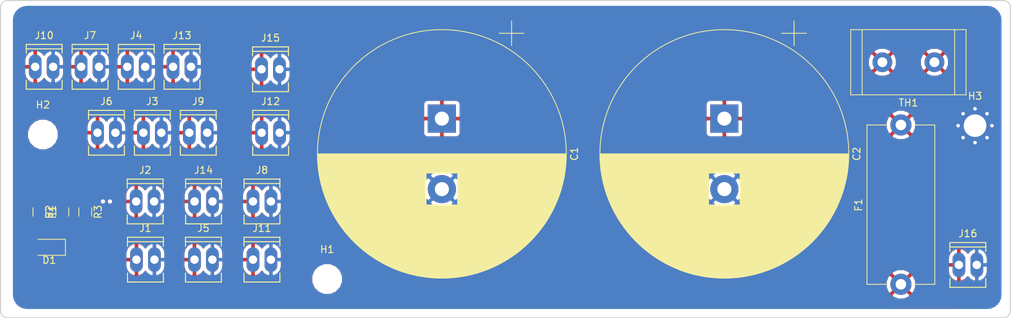
<source format=kicad_pcb>
(kicad_pcb (version 20171130) (host pcbnew 5.0.1-33cea8e~68~ubuntu16.04.1)
  (layers (0 F.Cu signal) (31 B.Cu signal) (34 B.Paste user) (35 F.Paste user) (36 B.SilkS user) (37 F.SilkS user) (38 B.Mask user) (39 F.Mask user) (44 Edge.Cuts user))
  (net 0 "")
  (net 1 +5V)
  (net 2 GND)
  (net 3 "Net-(F1-Pad1)")
  (net 4 VCC)
  (net 5 +12V)
  (net 6 "Net-(F1-Pad2)")
  (net 7 "Net-(R1-Pad1)")
  (net 8 "Net-(D1-Pad2)")
  (net 9 "Net-(R2-Pad1)")
  (net 10 "Net-(H3-Pad1)")
  (module MountingHole:MountingHole_3.2mm_M3_Pad_Via (layer F.Cu) (at 181.45 114.2)
    (fp_text reference H3 (at 0 -4.2) (layer F.SilkS))
    (fp_text value MountingHole_Pad)
    (pad 1 thru_hole circle (at 0 0) (size 6.4 6.4) (drill 3.2) (layers *.Cu *.Mask) (net 10 "Net-(H3-Pad1)"))
    (pad 1 thru_hole circle (at 2.4 0) (size 0.8 0.8) (drill 0.5) (layers *.Cu *.Mask) (net 10 "Net-(H3-Pad1)"))
    (pad 1 thru_hole circle (at 1.697056 1.697056) (size 0.8 0.8) (drill 0.5) (layers *.Cu *.Mask) (net 10 "Net-(H3-Pad1)"))
    (pad 1 thru_hole circle (at 0 2.4) (size 0.8 0.8) (drill 0.5) (layers *.Cu *.Mask) (net 10 "Net-(H3-Pad1)"))
    (pad 1 thru_hole circle (at -1.697056 1.697056) (size 0.8 0.8) (drill 0.5) (layers *.Cu *.Mask) (net 10 "Net-(H3-Pad1)"))
    (pad 1 thru_hole circle (at -2.4 0) (size 0.8 0.8) (drill 0.5) (layers *.Cu *.Mask) (net 10 "Net-(H3-Pad1)"))
    (pad 1 thru_hole circle (at -1.697056 -1.697056) (size 0.8 0.8) (drill 0.5) (layers *.Cu *.Mask) (net 10 "Net-(H3-Pad1)"))
    (pad 1 thru_hole circle (at 0 -2.4) (size 0.8 0.8) (drill 0.5) (layers *.Cu *.Mask) (net 10 "Net-(H3-Pad1)"))
    (pad 1 thru_hole circle (at 1.697056 -1.697056) (size 0.8 0.8) (drill 0.5) (layers *.Cu *.Mask) (net 10 "Net-(H3-Pad1)"))
  )
  (module MountingHole:MountingHole_3.2mm_M3 (layer F.Cu) (at 89.7 135.95)
    (fp_text reference H1 (at 0 -4.2) (layer F.SilkS))
    (fp_text value MountingHole)
    (pad 1 np_thru_hole circle (at 0 0) (size 3.2 3.2) (drill 3.2) (layers *.Cu *.Mask))
  )
  (module MountingHole:MountingHole_3.2mm_M3 (layer F.Cu) (at 49.45 115.45)
    (fp_text reference H2 (at 0 -4.2) (layer F.SilkS))
    (fp_text value MountingHole)
    (pad 1 np_thru_hole circle (at 0 0) (size 3.2 3.2) (drill 3.2) (layers *.Cu *.Mask))
  )
  (module Resistor_THT:R_Radial_Power_L16.1mm_W9.0mm_P7.37mm (layer F.Cu) (at 175.7 105.2 180)
    (fp_text reference TH1 (at 3.685 -5.75 180) (layer F.SilkS))
    (fp_text value Thermistor_NTC_US)
    (pad 1 thru_hole circle (at 0 0 180) (size 2.8 2.8) (drill 1.4) (layers *.Cu *.Mask) (net 6 "Net-(F1-Pad2)"))
    (pad 2 thru_hole circle (at 7.37 0 180) (size 2.8 2.8) (drill 1.4) (layers *.Cu *.Mask) (net 4 VCC))
  )
  (module Fuse:Fuseholder_Cylinder-5x20mm_Stelvio-Kontek_PTF78_Horizontal_Open (layer F.Cu) (at 170.95 136.7 90)
    (fp_text reference F1 (at 11.25 -6 90) (layer F.SilkS))
    (fp_text value Fuse)
    (pad 1 thru_hole circle (at 0 0 90) (size 3 3) (drill 1.5) (layers *.Cu *.Mask) (net 3 "Net-(F1-Pad1)"))
    (pad 2 thru_hole circle (at 22.6 0 90) (size 3 3) (drill 1.5) (layers *.Cu *.Mask) (net 6 "Net-(F1-Pad2)"))
  )
  (module Capacitor_THT:CP_Radial_D35.0mm_P10.00mm_SnapIn (layer F.Cu) (at 105.95 113.2 270)
    (fp_text reference C1 (at 5 -18.75 270) (layer F.SilkS))
    (fp_text value CP1)
    (pad 2 thru_hole circle (at 10 0 270) (size 4 4) (drill 2) (layers *.Cu *.Mask) (net 2 GND))
    (pad 1 thru_hole rect (at 0 0 270) (size 4 4) (drill 2) (layers *.Cu *.Mask) (net 4 VCC))
  )
  (module Capacitor_THT:CP_Radial_D35.0mm_P10.00mm_SnapIn (layer F.Cu) (at 145.95 113.2 270)
    (fp_text reference C2 (at 5 -18.75 270) (layer F.SilkS))
    (fp_text value CP1)
    (pad 1 thru_hole rect (at 0 0 270) (size 4 4) (drill 2) (layers *.Cu *.Mask) (net 4 VCC))
    (pad 2 thru_hole circle (at 10 0 270) (size 4 4) (drill 2) (layers *.Cu *.Mask) (net 2 GND))
  )
  (module LED_SMD:LED_1206_3216Metric (layer F.Cu) (at 50.35 131.45 180)
    (fp_text reference D1 (at 0 -1.82 180) (layer F.SilkS))
    (fp_text value LED)
    (pad 1 smd roundrect (at -1.4 0 180) (size 1.25 1.75) (layers F.Cu F.Paste F.Mask) (roundrect_rratio 0.2) (net 4 VCC))
    (pad 2 smd roundrect (at 1.4 0 180) (size 1.25 1.75) (layers F.Cu F.Paste F.Mask) (roundrect_rratio 0.2) (net 8 "Net-(D1-Pad2)"))
  )
  (module Resistor_SMD:R_1206_3216Metric_Pad1.42x1.75mm_HandSolder (layer F.Cu) (at 55.45 126.4375 270)
    (fp_text reference R3 (at 0 -1.82 270) (layer F.SilkS))
    (fp_text value R)
    (pad 1 smd roundrect (at -1.4875 0 270) (size 1.425 1.75) (layers F.Cu F.Paste F.Mask) (roundrect_rratio 0.175439) (net 2 GND))
    (pad 2 smd roundrect (at 1.4875 0 270) (size 1.425 1.75) (layers F.Cu F.Paste F.Mask) (roundrect_rratio 0.175439) (net 9 "Net-(R2-Pad1)"))
  )
  (module Resistor_SMD:R_1206_3216Metric_Pad1.42x1.75mm_HandSolder (layer F.Cu) (at 52.2 126.4375 90)
    (fp_text reference R2 (at 0 -1.82 90) (layer F.SilkS))
    (fp_text value R)
    (pad 2 smd roundrect (at 1.4875 0 90) (size 1.425 1.75) (layers F.Cu F.Paste F.Mask) (roundrect_rratio 0.175439) (net 7 "Net-(R1-Pad1)"))
    (pad 1 smd roundrect (at -1.4875 0 90) (size 1.425 1.75) (layers F.Cu F.Paste F.Mask) (roundrect_rratio 0.175439) (net 9 "Net-(R2-Pad1)"))
  )
  (module Resistor_SMD:R_1206_3216Metric_Pad1.42x1.75mm_HandSolder (layer F.Cu) (at 48.95 126.4375 270)
    (fp_text reference R1 (at 0 -1.82 270) (layer F.SilkS))
    (fp_text value R)
    (pad 1 smd roundrect (at -1.4875 0 270) (size 1.425 1.75) (layers F.Cu F.Paste F.Mask) (roundrect_rratio 0.175439) (net 7 "Net-(R1-Pad1)"))
    (pad 2 smd roundrect (at 1.4875 0 270) (size 1.425 1.75) (layers F.Cu F.Paste F.Mask) (roundrect_rratio 0.175439) (net 8 "Net-(D1-Pad2)"))
  )
  (module Sockets_MOLEX_KK-System:Socket_MOLEX-KK-RM2-54mm_Lock_2pin_straight (layer F.Cu) (at 72.18 133.2)
    (fp_text reference J5 (at 0 -4.445) (layer F.SilkS))
    (fp_text value Conn_01x02)
    (pad 2 thru_hole oval (at 1.27 0) (size 1.80086 3.50012) (drill 1.19888) (layers *.Cu *.Mask) (net 2 GND))
    (pad 1 thru_hole oval (at -1.27 0) (size 1.80086 3.50012) (drill 1.19888) (layers *.Cu *.Mask) (net 4 VCC))
  )
  (module Sockets_MOLEX_KK-System:Socket_MOLEX-KK-RM2-54mm_Lock_2pin_straight (layer F.Cu) (at 81.7 115.2)
    (fp_text reference J12 (at 0 -4.445) (layer F.SilkS))
    (fp_text value Conn_01x02)
    (pad 1 thru_hole oval (at -1.27 0) (size 1.80086 3.50012) (drill 1.19888) (layers *.Cu *.Mask) (net 5 +12V))
    (pad 2 thru_hole oval (at 1.27 0) (size 1.80086 3.50012) (drill 1.19888) (layers *.Cu *.Mask) (net 2 GND))
  )
  (module Sockets_MOLEX_KK-System:Socket_MOLEX-KK-RM2-54mm_Lock_2pin_straight (layer F.Cu) (at 80.47 133.2)
    (fp_text reference J11 (at 0 -4.445) (layer F.SilkS))
    (fp_text value Conn_01x02)
    (pad 2 thru_hole oval (at 1.27 0) (size 1.80086 3.50012) (drill 1.19888) (layers *.Cu *.Mask) (net 2 GND))
    (pad 1 thru_hole oval (at -1.27 0) (size 1.80086 3.50012) (drill 1.19888) (layers *.Cu *.Mask) (net 4 VCC))
  )
  (module Sockets_MOLEX_KK-System:Socket_MOLEX-KK-RM2-54mm_Lock_2pin_straight (layer F.Cu) (at 49.63 105.85)
    (fp_text reference J10 (at 0 -4.445) (layer F.SilkS))
    (fp_text value Conn_01x02)
    (pad 1 thru_hole oval (at -1.27 0) (size 1.80086 3.50012) (drill 1.19888) (layers *.Cu *.Mask) (net 1 +5V))
    (pad 2 thru_hole oval (at 1.27 0) (size 1.80086 3.50012) (drill 1.19888) (layers *.Cu *.Mask) (net 2 GND))
  )
  (module Sockets_MOLEX_KK-System:Socket_MOLEX-KK-RM2-54mm_Lock_2pin_straight (layer F.Cu) (at 71.45 115.2)
    (fp_text reference J9 (at 0 -4.445) (layer F.SilkS))
    (fp_text value Conn_01x02)
    (pad 2 thru_hole oval (at 1.27 0) (size 1.80086 3.50012) (drill 1.19888) (layers *.Cu *.Mask) (net 2 GND))
    (pad 1 thru_hole oval (at -1.27 0) (size 1.80086 3.50012) (drill 1.19888) (layers *.Cu *.Mask) (net 5 +12V))
  )
  (module Sockets_MOLEX_KK-System:Socket_MOLEX-KK-RM2-54mm_Lock_2pin_straight (layer F.Cu) (at 80.47 124.95)
    (fp_text reference J8 (at 0 -4.445) (layer F.SilkS))
    (fp_text value Conn_01x02)
    (pad 1 thru_hole oval (at -1.27 0) (size 1.80086 3.50012) (drill 1.19888) (layers *.Cu *.Mask) (net 4 VCC))
    (pad 2 thru_hole oval (at 1.27 0) (size 1.80086 3.50012) (drill 1.19888) (layers *.Cu *.Mask) (net 2 GND))
  )
  (module Sockets_MOLEX_KK-System:Socket_MOLEX-KK-RM2-54mm_Lock_2pin_straight (layer F.Cu) (at 56.13 105.85)
    (fp_text reference J7 (at 0 -4.445) (layer F.SilkS))
    (fp_text value Conn_01x02)
    (pad 2 thru_hole oval (at 1.27 0) (size 1.80086 3.50012) (drill 1.19888) (layers *.Cu *.Mask) (net 2 GND))
    (pad 1 thru_hole oval (at -1.27 0) (size 1.80086 3.50012) (drill 1.19888) (layers *.Cu *.Mask) (net 1 +5V))
  )
  (module Sockets_MOLEX_KK-System:Socket_MOLEX-KK-RM2-54mm_Lock_2pin_straight (layer F.Cu) (at 58.45 115.2)
    (fp_text reference J6 (at 0 -4.445) (layer F.SilkS))
    (fp_text value Conn_01x02)
    (pad 1 thru_hole oval (at -1.27 0) (size 1.80086 3.50012) (drill 1.19888) (layers *.Cu *.Mask) (net 5 +12V))
    (pad 2 thru_hole oval (at 1.27 0) (size 1.80086 3.50012) (drill 1.19888) (layers *.Cu *.Mask) (net 2 GND))
  )
  (module Sockets_MOLEX_KK-System:Socket_MOLEX-KK-RM2-54mm_Lock_2pin_straight (layer F.Cu) (at 62.67 105.85)
    (fp_text reference J4 (at 0 -4.445) (layer F.SilkS))
    (fp_text value Conn_01x02)
    (pad 2 thru_hole oval (at 1.27 0) (size 1.80086 3.50012) (drill 1.19888) (layers *.Cu *.Mask) (net 2 GND))
    (pad 1 thru_hole oval (at -1.27 0) (size 1.80086 3.50012) (drill 1.19888) (layers *.Cu *.Mask) (net 1 +5V))
  )
  (module Sockets_MOLEX_KK-System:Socket_MOLEX-KK-RM2-54mm_Lock_2pin_straight (layer F.Cu) (at 64.95 115.2)
    (fp_text reference J3 (at 0 -4.445) (layer F.SilkS))
    (fp_text value Conn_01x02)
    (pad 1 thru_hole oval (at -1.27 0) (size 1.80086 3.50012) (drill 1.19888) (layers *.Cu *.Mask) (net 5 +12V))
    (pad 2 thru_hole oval (at 1.27 0) (size 1.80086 3.50012) (drill 1.19888) (layers *.Cu *.Mask) (net 2 GND))
  )
  (module Sockets_MOLEX_KK-System:Socket_MOLEX-KK-RM2-54mm_Lock_2pin_straight (layer F.Cu) (at 63.93 124.95)
    (fp_text reference J2 (at 0 -4.445) (layer F.SilkS))
    (fp_text value Conn_01x02)
    (pad 2 thru_hole oval (at 1.27 0) (size 1.80086 3.50012) (drill 1.19888) (layers *.Cu *.Mask) (net 2 GND))
    (pad 1 thru_hole oval (at -1.27 0) (size 1.80086 3.50012) (drill 1.19888) (layers *.Cu *.Mask) (net 4 VCC))
  )
  (module Sockets_MOLEX_KK-System:Socket_MOLEX-KK-RM2-54mm_Lock_2pin_straight (layer F.Cu) (at 63.97 133.2)
    (fp_text reference J1 (at 0 -4.445) (layer F.SilkS))
    (fp_text value Conn_01x02)
    (pad 1 thru_hole oval (at -1.27 0) (size 1.80086 3.50012) (drill 1.19888) (layers *.Cu *.Mask) (net 4 VCC))
    (pad 2 thru_hole oval (at 1.27 0) (size 1.80086 3.50012) (drill 1.19888) (layers *.Cu *.Mask) (net 2 GND))
  )
  (module Sockets_MOLEX_KK-System:Socket_MOLEX-KK-RM2-54mm_Lock_2pin_straight (layer F.Cu) (at 72.2 124.95)
    (fp_text reference J14 (at 0 -4.445) (layer F.SilkS))
    (fp_text value Conn_01x02)
    (pad 2 thru_hole oval (at 1.27 0) (size 1.80086 3.50012) (drill 1.19888) (layers *.Cu *.Mask) (net 2 GND))
    (pad 1 thru_hole oval (at -1.27 0) (size 1.80086 3.50012) (drill 1.19888) (layers *.Cu *.Mask) (net 4 VCC))
  )
  (module Sockets_MOLEX_KK-System:Socket_MOLEX-KK-RM2-54mm_Lock_2pin_straight (layer F.Cu) (at 81.68 106.2)
    (fp_text reference J15 (at 0 -4.445) (layer F.SilkS))
    (fp_text value Conn_01x02)
    (pad 1 thru_hole oval (at -1.27 0) (size 1.80086 3.50012) (drill 1.19888) (layers *.Cu *.Mask) (net 1 +5V))
    (pad 2 thru_hole oval (at 1.27 0) (size 1.80086 3.50012) (drill 1.19888) (layers *.Cu *.Mask) (net 2 GND))
  )
  (module Sockets_MOLEX_KK-System:Socket_MOLEX-KK-RM2-54mm_Lock_2pin_straight (layer F.Cu) (at 180.43 133.95)
    (fp_text reference J16 (at 0 -4.445) (layer F.SilkS))
    (fp_text value Conn_01x02)
    (pad 2 thru_hole oval (at 1.27 0) (size 1.80086 3.50012) (drill 1.19888) (layers *.Cu *.Mask) (net 2 GND))
    (pad 1 thru_hole oval (at -1.27 0) (size 1.80086 3.50012) (drill 1.19888) (layers *.Cu *.Mask) (net 3 "Net-(F1-Pad1)"))
  )
  (module Sockets_MOLEX_KK-System:Socket_MOLEX-KK-RM2-54mm_Lock_2pin_straight (layer F.Cu) (at 69.15 105.85)
    (fp_text reference J13 (at 0 -4.445) (layer F.SilkS))
    (fp_text value Conn_01x02)
    (pad 1 thru_hole oval (at -1.27 0) (size 1.80086 3.50012) (drill 1.19888) (layers *.Cu *.Mask) (net 1 +5V))
    (pad 2 thru_hole oval (at 1.27 0) (size 1.80086 3.50012) (drill 1.19888) (layers *.Cu *.Mask) (net 2 GND))
  )
  (gr_arc (start 44.45 140.45) (end 43.45 140.45) (angle -90) (layer Edge.Cuts) (width 0.15))
  (gr_line (start 43.45 97.45) (end 43.45 140.45) (layer Edge.Cuts) (width 0.15))
  (gr_arc (start 44.45 97.45) (end 44.45 96.45) (angle -90) (layer Edge.Cuts) (width 0.15))
  (gr_line (start 44.45 141.45) (end 185.45 141.45) (layer Edge.Cuts) (width 0.15))
  (gr_arc (start 185.45 140.45) (end 185.45 141.45) (angle -90) (layer Edge.Cuts) (width 0.15))
  (gr_line (start 186.45 97.45) (end 186.45 140.45) (layer Edge.Cuts) (width 0.15))
  (gr_arc (start 185.45 97.45) (end 186.45 97.45) (angle -90) (layer Edge.Cuts) (width 0.15))
  (gr_line (start 44.45 96.45) (end 185.45 96.45) (layer Edge.Cuts) (width 0.15))
  (segment (start 55.45 124.95) (end 57.95 124.95) (width 1) (layer F.Cu) (net 2))
  (segment (start 58.95 124.95) (end 58.95 124.95) (width 1) (layer F.Cu) (net 2))
  (via (at 58.95 124.95) (size 0.8) (drill 0.6) (layers F.Cu B.Cu) (net 2))
  (segment (start 57.95 124.95) (end 58.95 124.95) (width 1) (layer F.Cu) (net 2))
  (via (at 57.95 124.95) (size 0.8) (drill 0.6) (layers F.Cu B.Cu) (net 2))
  (segment (start 48.95 124.95) (end 52.2 124.95) (width 1) (layer F.Cu) (net 7))
  (segment (start 48.95 127.925) (end 48.95 131.45) (width 1) (layer F.Cu) (net 8))
  (segment (start 52.2 127.925) (end 55.45 127.925) (width 1) (layer F.Cu) (net 9))
  (zone (net 2) (net_name GND) (layer B.Cu) (connect_pads (clearance 0.508)) (min_thickness 0.254) (fill yes (arc_segments 16) (thermal_gap 0.508) (thermal_bridge_width 0.508) (smoothing fillet) (radius 2))
    (polygon (pts (xy 45.2 140.2) (xy 185.2 140.2) (xy 185.2 97.2) (xy 45.2 97.2)))
  )
  (zone (net 6) (net_name "Net-(F1-Pad2)") (layer F.Cu) (connect_pads (clearance 0.508)) (min_thickness 0.254) (fill yes (arc_segments 16) (thermal_gap 0.508) (thermal_bridge_width 0.508) (smoothing fillet) (radius 2))
    (polygon (pts (xy 165.45 116.7) (xy 165.45 111.2) (xy 171.7 111.2) (xy 173.2 110.2) (xy 173.2 102.7) (xy 177.7 102.7) (xy 177.7 116.7)))
  )
  (zone (net 4) (net_name VCC) (layer F.Cu) (connect_pads (clearance 0.508)) (min_thickness 0.254) (fill yes (arc_segments 16) (thermal_gap 0.508) (thermal_bridge_width 0.508) (smoothing fillet) (radius 2))
    (polygon (pts (xy 97.45 117.95) (xy 97.45 137.95) (xy 45.45 137.95) (xy 45.45 120.7) (xy 87.45 120.7) (xy 87.45 99.95) (xy 171.2 99.95) (xy 171.2 110.45) (xy 156.95 110.45) (xy 156.95 117.95)))
  )
  (zone (net 3) (net_name "Net-(F1-Pad1)") (layer F.Cu) (connect_pads (clearance 0.508)) (min_thickness 0.254) (fill yes (arc_segments 16) (thermal_gap 0.508) (thermal_bridge_width 0.508) (smoothing fillet) (radius 2))
    (polygon (pts (xy 167.7 128.95) (xy 180.45 128.95) (xy 180.45 140.2) (xy 167.7 140.2)))
  )
  (zone (net 1) (net_name +5V) (layer F.Cu) (connect_pads (clearance 0.508)) (min_thickness 0.254) (fill yes (arc_segments 16) (thermal_gap 0.508) (thermal_bridge_width 0.508) (smoothing fillet) (radius 2))
    (polygon (pts (xy 46.45 100.45) (xy 84.45 100.45) (xy 84.45 109.45) (xy 46.45 109.45)))
  )
  (zone (net 5) (net_name +12V) (layer F.Cu) (connect_pads (clearance 0.508)) (min_thickness 0.254) (fill yes (arc_segments 16) (thermal_gap 0.508) (thermal_bridge_width 0.508) (smoothing fillet) (radius 2))
    (polygon (pts (xy 46.45 110.45) (xy 84.45 110.45) (xy 84.45 119.45) (xy 46.45 119.45)))
  )
)
</source>
